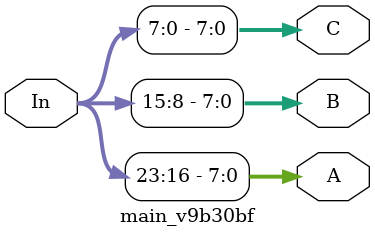
<source format=v>

`default_nettype none

module main (
 input [31:0] v07286e,
 output [7:0] v5c1ea5,
 output [7:0] v60559c,
 output [7:0] v799988
);
 wire [0:7] w0;
 wire [0:7] w1;
 wire [0:7] w2;
 wire [0:31] w3;
 assign v799988 = w0;
 assign v5c1ea5 = w1;
 assign v60559c = w2;
 assign w3 = v07286e;
 main_v9b30bf v9b30bf (
  .C(w0),
  .B(w1),
  .A(w2),
  .In(w3)
 );
endmodule

/*-------------------------------------------------*/
/*--   */
/*-- - - - - - - - - - - - - - - - - - - - - - - --*/
/*-- 
/*-------------------------------------------------*/

module main_v9b30bf (
 input [31:0] In,
 output [7:0] A,
 output [7:0] B,
 output [7:0] C
);
 assign A = In[23:16];
 assign B = In[15:8];
 assign C = In[7:0];
endmodule

</source>
